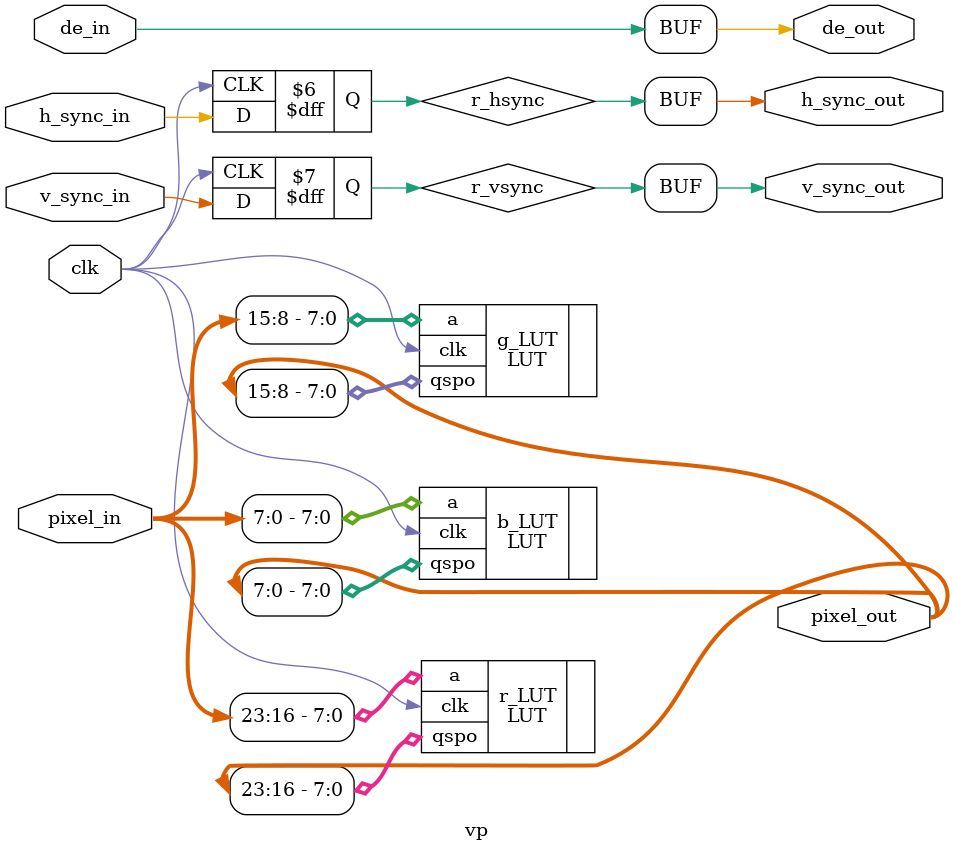
<source format=v>
`timescale 1ns / 1ps


module vp(
    input clk,
    input de_in,
    input h_sync_in,
    input v_sync_in,
    input [23:0] pixel_in,
    output de_out,
    output h_sync_out,
    output v_sync_out,
    output [23:0] pixel_out
    );
    
    
reg r_de = 0;
reg r_hsync = 0;
reg r_vsync = 0;
    
always @(posedge clk)
begin
    r_de <= de_in;
    r_hsync <= h_sync_in;
    r_vsync <= v_sync_in;
end 
    
assign de_out = de_in;
assign h_sync_out = r_hsync;
assign v_sync_out = r_vsync;
    
LUT r_LUT
(
    .a(pixel_in[23:16]), //pixel_in[23-:8]
    .clk(clk),
    .qspo(pixel_out[23:16])
);
    
LUT g_LUT
(
    .a(pixel_in[15:8]),
    .clk(clk),
    .qspo(pixel_out[15:8])
);
    
LUT b_LUT
(
    .a(pixel_in[7:0]),
    .clk(clk),
    .qspo(pixel_out[7:0])
);    
    
endmodule




</source>
